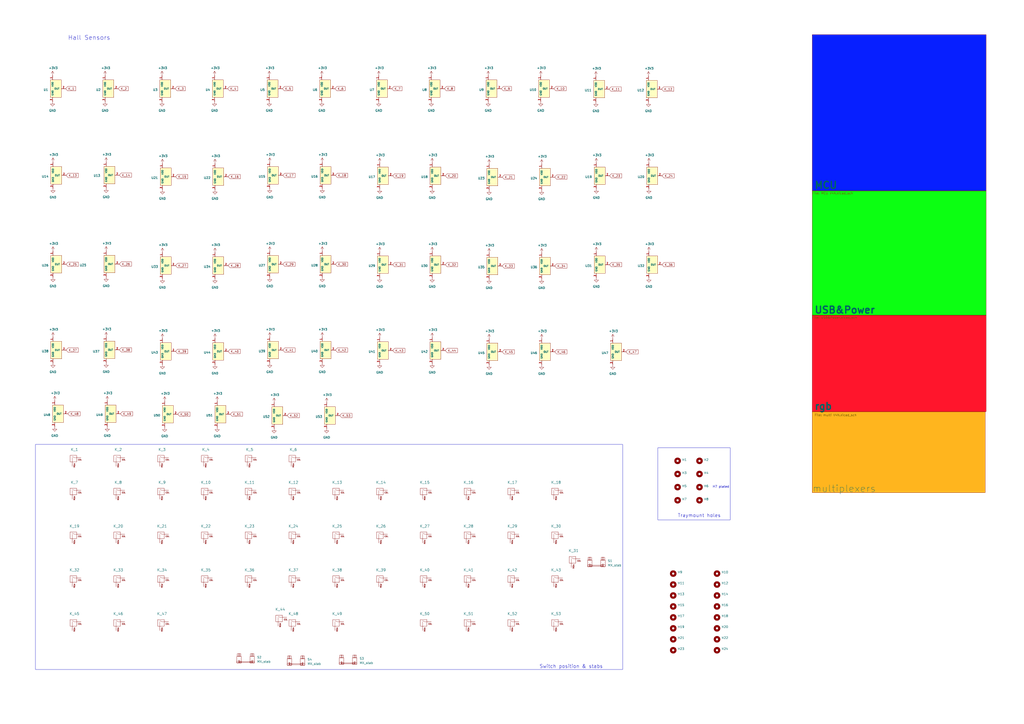
<source format=kicad_sch>
(kicad_sch (version 20230121) (generator eeschema)
  (paper "A2")
  (rectangle (start 381.635 259.715) (end 423.545 301.625))
  (rectangle (start 20.574 257.81) (end 361.188 388.366))
  (text "Switch position & stabs\n" (at 312.928 387.858 0) (effects (font (size 2 2)) (justify left bottom)))
  (text "Hall Sensors" (at 39.37 23.495 0) (effects (font (size 2.54 2.54)) (justify left bottom)))
  (text "Traymount holes" (at 393.065 300.355 0) (effects (font (size 2 2)) (justify left bottom)))
  (text "H7 plated" (at 413.385 283.21 0) (effects (font (size 1.27 1.27)) (justify left bottom)))
  (global_label "K_44" (shape input) (at 258.318 203.327 0) (property "Intersheetrefs" "${INTERSHEET_REFS}" (effects hide)))
  (global_label "K_9" (shape input) (at 290.83 51.435 0) (property "Intersheetrefs" "${INTERSHEET_REFS}" (effects hide)))
  (global_label "K_6" (shape input) (at 194.31 51.435 0) (property "Intersheetrefs" "${INTERSHEET_REFS}" (effects hide)))
  (global_label "K_53" (shape input) (at 197.104 241.046 0) (property "Intersheetrefs" "${INTERSHEET_REFS}" (effects hide)))
  (global_label "K_16" (shape input) (at 132.334 102.489 0) (property "Intersheetrefs" "${INTERSHEET_REFS}" (effects hide)))
  (global_label "K_38" (shape input) (at 69.215 202.946 0) (property "Intersheetrefs" "${INTERSHEET_REFS}" (effects hide)))
  (global_label "K_4" (shape input) (at 132.08 51.435 0) (property "Intersheetrefs" "${INTERSHEET_REFS}" (effects hide)))
  (global_label "K_24" (shape input) (at 384.048 101.981 0) (property "Intersheetrefs" "${INTERSHEET_REFS}" (effects hide)))
  (global_label "K_25" (shape input) (at 38.354 153.289 0) (property "Intersheetrefs" "${INTERSHEET_REFS}" (effects hide)))
  (global_label "K_47" (shape input) (at 363.093 204.089 0) (property "Intersheetrefs" "${INTERSHEET_REFS}" (effects hide)))
  (global_label "K_17" (shape input) (at 164.084 101.727 0) (property "Intersheetrefs" "${INTERSHEET_REFS}" (effects hide)))
  (global_label "K_22" (shape input) (at 321.818 102.743 0) (property "Intersheetrefs" "${INTERSHEET_REFS}" (effects hide)))
  (global_label "K_18" (shape input) (at 194.564 101.727 0) (property "Intersheetrefs" "${INTERSHEET_REFS}" (effects hide)))
  (global_label "K_14" (shape input) (at 69.215 101.6 0) (property "Intersheetrefs" "${INTERSHEET_REFS}" (effects hide)))
  (global_label "K_21" (shape input) (at 291.338 102.743 0) (property "Intersheetrefs" "${INTERSHEET_REFS}" (effects hide)))
  (global_label "K_42" (shape input) (at 194.564 203.073 0) (property "Intersheetrefs" "${INTERSHEET_REFS}" (effects hide)))
  (global_label "K_48" (shape input) (at 39.37 240.03 0) (property "Intersheetrefs" "${INTERSHEET_REFS}" (effects hide)))
  (global_label "K_39" (shape input) (at 101.854 203.835 0) (property "Intersheetrefs" "${INTERSHEET_REFS}" (effects hide)))
  (global_label "K_11" (shape input) (at 353.314 51.689 0) (property "Intersheetrefs" "${INTERSHEET_REFS}" (effects hide)))
  (global_label "K_2" (shape input) (at 68.58 51.435 0) (property "Intersheetrefs" "${INTERSHEET_REFS}" (effects hide)))
  (global_label "K_15" (shape input) (at 101.854 102.489 0) (property "Intersheetrefs" "${INTERSHEET_REFS}" (effects hide)))
  (global_label "K_36" (shape input) (at 384.048 153.543 0) (property "Intersheetrefs" "${INTERSHEET_REFS}" (effects hide)))
  (global_label "K_20" (shape input) (at 258.318 101.981 0) (property "Intersheetrefs" "${INTERSHEET_REFS}" (effects hide)))
  (global_label "K_50" (shape input) (at 103.124 240.284 0) (property "Intersheetrefs" "${INTERSHEET_REFS}" (effects hide)))
  (global_label "K_13" (shape input) (at 38.354 101.727 0) (property "Intersheetrefs" "${INTERSHEET_REFS}" (effects hide)))
  (global_label "K_5" (shape input) (at 163.83 51.435 0) (property "Intersheetrefs" "${INTERSHEET_REFS}" (effects hide)))
  (global_label "K_35" (shape input) (at 353.568 153.543 0) (property "Intersheetrefs" "${INTERSHEET_REFS}" (effects hide)))
  (global_label "K_31" (shape input) (at 227.838 153.543 0) (property "Intersheetrefs" "${INTERSHEET_REFS}" (effects hide)))
  (global_label "K_26" (shape input) (at 69.215 153.162 0) (property "Intersheetrefs" "${INTERSHEET_REFS}" (effects hide)))
  (global_label "K_34" (shape input) (at 321.818 154.305 0) (property "Intersheetrefs" "${INTERSHEET_REFS}" (effects hide)))
  (global_label "K_43" (shape input) (at 227.838 203.327 0) (property "Intersheetrefs" "${INTERSHEET_REFS}" (effects hide)))
  (global_label "K_49" (shape input) (at 69.85 240.03 0) (property "Intersheetrefs" "${INTERSHEET_REFS}" (effects hide)))
  (global_label "K_10" (shape input) (at 321.31 51.435 0) (property "Intersheetrefs" "${INTERSHEET_REFS}" (effects hide)))
  (global_label "K_29" (shape input) (at 164.084 153.289 0) (property "Intersheetrefs" "${INTERSHEET_REFS}" (effects hide)))
  (global_label "K_40" (shape input) (at 132.334 203.835 0) (property "Intersheetrefs" "${INTERSHEET_REFS}" (effects hide)))
  (global_label "K_12" (shape input) (at 383.794 51.689 0) (property "Intersheetrefs" "${INTERSHEET_REFS}" (effects hide)))
  (global_label "K_37" (shape input) (at 38.354 203.073 0) (property "Intersheetrefs" "${INTERSHEET_REFS}" (effects hide)))
  (global_label "K_32" (shape input) (at 258.318 153.543 0) (property "Intersheetrefs" "${INTERSHEET_REFS}" (effects hide)))
  (global_label "K_33" (shape input) (at 291.338 154.305 0) (property "Intersheetrefs" "${INTERSHEET_REFS}" (effects hide)))
  (global_label "K_45" (shape input) (at 291.338 204.089 0) (property "Intersheetrefs" "${INTERSHEET_REFS}" (effects hide)))
  (global_label "K_7" (shape input) (at 227.33 51.435 0) (property "Intersheetrefs" "${INTERSHEET_REFS}" (effects hide)))
  (global_label "K_52" (shape input) (at 166.624 241.046 0) (property "Intersheetrefs" "${INTERSHEET_REFS}" (effects hide)))
  (global_label "K_23" (shape input) (at 353.568 101.981 0) (property "Intersheetrefs" "${INTERSHEET_REFS}" (effects hide)))
  (global_label "K_51" (shape input) (at 133.604 240.284 0) (property "Intersheetrefs" "${INTERSHEET_REFS}" (effects hide)))
  (global_label "K_28" (shape input) (at 132.334 154.051 0) (property "Intersheetrefs" "${INTERSHEET_REFS}" (effects hide)))
  (global_label "K_27" (shape input) (at 101.854 154.051 0) (property "Intersheetrefs" "${INTERSHEET_REFS}" (effects hide)))
  (global_label "K_30" (shape input) (at 194.564 153.289 0) (property "Intersheetrefs" "${INTERSHEET_REFS}" (effects hide)))
  (global_label "K_1" (shape input) (at 38.1 51.435 0) (property "Intersheetrefs" "${INTERSHEET_REFS}" (effects hide)))
  (global_label "K_3" (shape input) (at 101.6 51.435 0) (property "Intersheetrefs" "${INTERSHEET_REFS}" (effects hide)))
  (global_label "K_8" (shape input) (at 257.81 51.435 0) (property "Intersheetrefs" "${INTERSHEET_REFS}" (effects hide)))
  (global_label "K_41" (shape input) (at 164.084 203.073 0) (property "Intersheetrefs" "${INTERSHEET_REFS}" (effects hide)))
  (global_label "K_19" (shape input) (at 227.838 101.981 0) (property "Intersheetrefs" "${INTERSHEET_REFS}" (effects hide)))
  (global_label "K_46" (shape input) (at 321.818 204.089 0) (property "Intersheetrefs" "${INTERSHEET_REFS}" (effects hide)))
  (symbol (lib_id "PCM_marbastlib-mx:MX_stab") (at 171.704 383.286 0) (unit 1)
    (property "Reference" "S4" (at 178.308 382.524 0) (effects (justify left)))
    (property "Value" "MX_stab" (at 178.308 385.064 0) (effects (justify left)))
    (property "Footprint" "PCM_marbastlib-mx:STAB_MX_6.25u" (effects hide))
  )
  (symbol (lib_id "power:+3V3") (at 30.734 195.453 0) (unit 1)
    (property "Reference" "#PWR074" (effects hide))
    (property "Value" "+3V3" (at 31.115 191.0588 0))
  )
  (symbol (lib_id "power:GND") (at 345.948 109.601 0) (unit 1)
    (property "Reference" "#PWR043" (effects hide))
    (property "Value" "GND" (at 345.948 114.681 0))
  )
  (symbol (lib_id "49e:Hall_Sensor") (at 33.274 203.073 0) (unit 1)
    (property "Reference" "U38" (at 28.194 203.708 0) (effects (justify right)))
    (property "Value" "SLSS49E-3" (effects hide))
    (property "Footprint" "Package_TO_SOT_SMD:SOT-23" (effects hide))
    (property "Datasheet" "https://datasheet.lcsc.com/lcsc/2110081930_Slkor-SLKORMICRO-Elec--SLSS49E-3_C2904393.pdf" (effects hide))
    (property "LCSC Part" "C2904393" (effects hide))
    (property "LCSC" "C2904393" (effects hide))
  )
  (symbol (lib_id "MX_Alps_Hybrid:MX-NoLED") (at 170.18 285.75 0) (unit 1)
    (property "Reference" "K_12" (at 170.18 279.8318 0) (effects (font (size 1.524 1.524))))
    (property "Value" "KEYSW" (effects hide))
    (property "Footprint" "Moonpad:Wooting_1.00u" (effects hide))
  )
  (symbol (lib_id "MX_Alps_Hybrid:MX-NoLED") (at 246.38 361.95 0) (unit 1)
    (property "Reference" "K_50" (at 246.38 356.0318 0) (effects (font (size 1.524 1.524))))
    (property "Value" "KEYSW" (effects hide))
    (property "Footprint" "Moonpad:Wooting_1.00u" (effects hide))
  )
  (symbol (lib_id "power:+3V3") (at 186.69 43.815 0) (unit 1)
    (property "Reference" "#PWR06" (effects hide))
    (property "Value" "+3V3" (at 187.071 39.4208 0))
  )
  (symbol (lib_id "Mechanical:MountingHole") (at 415.925 358.14 0) (unit 1)
    (property "Reference" "H18" (at 418.465 357.3053 0) (effects (justify left)))
    (property "Value" "MountingHole" (effects hide))
    (property "Footprint" "cipulot_parts:HOLE_M2" (effects hide))
  )
  (symbol (lib_id "power:+3V3") (at 314.198 146.685 0) (unit 1)
    (property "Reference" "#PWR060" (effects hide))
    (property "Value" "+3V3" (at 314.579 142.2908 0))
  )
  (symbol (lib_id "power:GND") (at 30.734 210.693 0) (unit 1)
    (property "Reference" "#PWR085" (effects hide))
    (property "Value" "GND" (at 30.734 215.773 0))
  )
  (symbol (lib_id "power:GND") (at 124.714 211.455 0) (unit 1)
    (property "Reference" "#PWR091" (effects hide))
    (property "Value" "GND" (at 124.714 216.535 0))
  )
  (symbol (lib_id "49e:Hall_Sensor") (at 96.774 203.835 0) (unit 1)
    (property "Reference" "U43" (at 91.694 204.47 0) (effects (justify right)))
    (property "Value" "SLSS49E-3" (effects hide))
    (property "Footprint" "Package_TO_SOT_SMD:SOT-23" (effects hide))
    (property "Datasheet" "https://datasheet.lcsc.com/lcsc/2110081930_Slkor-SLKORMICRO-Elec--SLSS49E-3_C2904393.pdf" (effects hide))
    (property "LCSC Part" "C2904393" (effects hide))
    (property "LCSC" "C2904393" (effects hide))
  )
  (symbol (lib_id "MX_Alps_Hybrid:MX-NoLED") (at 297.18 361.95 0) (unit 1)
    (property "Reference" "K_52" (at 297.18 356.0318 0) (effects (font (size 1.524 1.524))))
    (property "Value" "KEYSW" (effects hide))
    (property "Footprint" "Moonpad:Wooting_1.00u" (effects hide))
  )
  (symbol (lib_id "power:+3V3") (at 219.71 43.815 0) (unit 1)
    (property "Reference" "#PWR07" (effects hide))
    (property "Value" "+3V3" (at 220.091 39.4208 0))
  )
  (symbol (lib_id "Mechanical:MountingHole") (at 415.925 345.44 0) (unit 1)
    (property "Reference" "H14" (at 418.465 344.6053 0) (effects (justify left)))
    (property "Value" "MountingHole" (effects hide))
    (property "Footprint" "cipulot_parts:HOLE_M2" (effects hide))
  )
  (symbol (lib_id "MX_Alps_Hybrid:MX-NoLED") (at 170.18 266.7 0) (unit 1)
    (property "Reference" "K_6" (at 170.18 260.7818 0) (effects (font (size 1.524 1.524))))
    (property "Value" "KEYSW" (effects hide))
    (property "Footprint" "Moonpad:Wooting_1.00u" (effects hide))
  )
  (symbol (lib_id "MX_Alps_Hybrid:MX-NoLED") (at 271.78 285.75 0) (unit 1)
    (property "Reference" "K_16" (at 271.78 279.8318 0) (effects (font (size 1.524 1.524))))
    (property "Value" "KEYSW" (effects hide))
    (property "Footprint" "Moonpad:Wooting_1.00u" (effects hide))
  )
  (symbol (lib_id "power:+3V3") (at 283.718 95.123 0) (unit 1)
    (property "Reference" "#PWR035" (effects hide))
    (property "Value" "+3V3" (at 284.099 90.7288 0))
  )
  (symbol (lib_id "power:+3V3") (at 62.23 232.41 0) (unit 1)
    (property "Reference" "#PWR096" (effects hide))
    (property "Value" "+3V3" (at 62.611 228.0158 0))
  )
  (symbol (lib_id "49e:Hall_Sensor") (at 286.258 154.305 0) (unit 1)
    (property "Reference" "U35" (at 281.178 154.94 0) (effects (justify right)))
    (property "Value" "SLSS49E-3" (effects hide))
    (property "Footprint" "Package_TO_SOT_SMD:SOT-23" (effects hide))
    (property "Datasheet" "https://datasheet.lcsc.com/lcsc/2110081930_Slkor-SLKORMICRO-Elec--SLSS49E-3_C2904393.pdf" (effects hide))
    (property "LCSC Part" "C2904393" (effects hide))
    (property "LCSC" "C2904393" (effects hide))
  )
  (symbol (lib_id "power:GND") (at 93.98 59.055 0) (unit 1)
    (property "Reference" "#PWR015" (effects hide))
    (property "Value" "GND" (at 93.98 64.135 0))
  )
  (symbol (lib_id "power:+3V3") (at 250.698 145.923 0) (unit 1)
    (property "Reference" "#PWR054" (effects hide))
    (property "Value" "+3V3" (at 251.079 141.5288 0))
  )
  (symbol (lib_id "49e:Hall_Sensor") (at 378.968 153.543 0) (unit 1)
    (property "Reference" "U32" (at 373.888 154.178 0) (effects (justify right)))
    (property "Value" "SLSS49E-3" (effects hide))
    (property "Footprint" "Package_TO_SOT_SMD:SOT-23" (effects hide))
    (property "Datasheet" "https://datasheet.lcsc.com/lcsc/2110081930_Slkor-SLKORMICRO-Elec--SLSS49E-3_C2904393.pdf" (effects hide))
    (property "LCSC Part" "C2904393" (effects hide))
    (property "LCSC" "C2904393" (effects hide))
  )
  (symbol (lib_id "Mechanical:MountingHole") (at 415.925 370.84 0) (unit 1)
    (property "Reference" "H22" (at 418.465 370.0053 0) (effects (justify left)))
    (property "Value" "MountingHole" (effects hide))
    (property "Footprint" "cipulot_parts:HOLE_M2" (effects hide))
  )
  (symbol (lib_id "MX_Alps_Hybrid:MX-NoLED") (at 170.18 311.15 0) (unit 1)
    (property "Reference" "K_24" (at 170.18 305.2318 0) (effects (font (size 1.524 1.524))))
    (property "Value" "KEYSW" (effects hide))
    (property "Footprint" "Moonpad:Wooting_1.00u" (effects hide))
  )
  (symbol (lib_id "power:GND") (at 61.595 160.782 0) (unit 1)
    (property "Reference" "#PWR061" (effects hide))
    (property "Value" "GND" (at 61.595 165.862 0))
  )
  (symbol (lib_id "MX_Alps_Hybrid:MX-NoLED") (at 220.98 311.15 0) (unit 1)
    (property "Reference" "K_26" (at 220.98 305.2318 0) (effects (font (size 1.524 1.524))))
    (property "Value" "KEYSW" (effects hide))
    (property "Footprint" "Moonpad:Wooting_1.00u" (effects hide))
  )
  (symbol (lib_id "49e:Hall_Sensor") (at 253.238 153.543 0) (unit 1)
    (property "Reference" "U30" (at 248.158 154.178 0) (effects (justify right)))
    (property "Value" "SLSS49E-3" (effects hide))
    (property "Footprint" "Package_TO_SOT_SMD:SOT-23" (effects hide))
    (property "Datasheet" "https://datasheet.lcsc.com/lcsc/2110081930_Slkor-SLKORMICRO-Elec--SLSS49E-3_C2904393.pdf" (effects hide))
    (property "LCSC Part" "C2904393" (effects hide))
    (property "LCSC" "C2904393" (effects hide))
  )
  (symbol (lib_id "MX_Alps_Hybrid:MX-NoLED") (at 144.78 266.7 0) (unit 1)
    (property "Reference" "K_5" (at 144.78 260.7818 0) (effects (font (size 1.524 1.524))))
    (property "Value" "KEYSW" (effects hide))
    (property "Footprint" "Moonpad:Wooting_1.00u" (effects hide))
  )
  (symbol (lib_id "power:GND") (at 314.198 211.709 0) (unit 1)
    (property "Reference" "#PWR093" (effects hide))
    (property "Value" "GND" (at 314.198 216.789 0))
  )
  (symbol (lib_id "power:GND") (at 355.473 211.709 0) (unit 1)
    (property "Reference" "#PWR094" (effects hide))
    (property "Value" "GND" (at 355.473 216.789 0))
  )
  (symbol (lib_id "power:GND") (at 283.21 59.055 0) (unit 1)
    (property "Reference" "#PWR021" (effects hide))
    (property "Value" "GND" (at 283.21 64.135 0))
  )
  (symbol (lib_id "power:+3V3") (at 283.21 43.815 0) (unit 1)
    (property "Reference" "#PWR09" (effects hide))
    (property "Value" "+3V3" (at 283.591 39.4208 0))
  )
  (symbol (lib_id "power:+3V3") (at 250.698 94.361 0) (unit 1)
    (property "Reference" "#PWR030" (effects hide))
    (property "Value" "+3V3" (at 251.079 89.9668 0))
  )
  (symbol (lib_id "power:+3V3") (at 220.218 195.707 0) (unit 1)
    (property "Reference" "#PWR077" (effects hide))
    (property "Value" "+3V3" (at 220.599 191.3128 0))
  )
  (symbol (lib_id "power:+3V3") (at 220.218 94.361 0) (unit 1)
    (property "Reference" "#PWR029" (effects hide))
    (property "Value" "+3V3" (at 220.599 89.9668 0))
  )
  (symbol (lib_id "power:GND") (at 124.46 59.055 0) (unit 1)
    (property "Reference" "#PWR016" (effects hide))
    (property "Value" "GND" (at 124.46 64.135 0))
  )
  (symbol (lib_id "MX_Alps_Hybrid:MX-NoLED") (at 322.58 336.55 0) (unit 1)
    (property "Reference" "K_43" (at 322.58 330.6318 0) (effects (font (size 1.524 1.524))))
    (property "Value" "KEYSW" (effects hide))
    (property "Footprint" "Moonpad:Wooting_1.00u" (effects hide))
  )
  (symbol (lib_id "49e:Hall_Sensor") (at 222.758 101.981 0) (unit 1)
    (property "Reference" "U17" (at 217.678 102.616 0) (effects (justify right)))
    (property "Value" "SLSS49E-3" (effects hide))
    (property "Footprint" "Package_TO_SOT_SMD:SOT-23" (effects hide))
    (property "Datasheet" "https://datasheet.lcsc.com/lcsc/2110081930_Slkor-SLKORMICRO-Elec--SLSS49E-3_C2904393.pdf" (effects hide))
    (property "LCSC Part" "C2904393" (effects hide))
    (property "LCSC" "C2904393" (effects hide))
  )
  (symbol (lib_id "power:+3V3") (at 314.198 95.123 0) (unit 1)
    (property "Reference" "#PWR036" (effects hide))
    (property "Value" "+3V3" (at 314.579 90.7288 0))
  )
  (symbol (lib_id "49e:Hall_Sensor") (at 378.714 51.689 0) (unit 1)
    (property "Reference" "U12" (at 373.634 52.324 0) (effects (justify right)))
    (property "Value" "SLSS49E-3" (effects hide))
    (property "Footprint" "Package_TO_SOT_SMD:SOT-23" (effects hide))
    (property "Datasheet" "https://datasheet.lcsc.com/lcsc/2110081930_Slkor-SLKORMICRO-Elec--SLSS49E-3_C2904393.pdf" (effects hide))
    (property "LCSC Part" "C2904393" (effects hide))
    (property "LCSC" "C2904393" (effects hide))
  )
  (symbol (lib_id "power:+3V3") (at 61.595 145.542 0) (unit 1)
    (property "Reference" "#PWR049" (effects hide))
    (property "Value" "+3V3" (at 61.976 141.1478 0))
  )
  (symbol (lib_id "power:+3V3") (at 95.504 232.664 0) (unit 1)
    (property "Reference" "#PWR097" (effects hide))
    (property "Value" "+3V3" (at 95.885 228.2698 0))
  )
  (symbol (lib_id "power:+3V3") (at 124.46 43.815 0) (unit 1)
    (property "Reference" "#PWR04" (effects hide))
    (property "Value" "+3V3" (at 124.841 39.4208 0))
  )
  (symbol (lib_id "power:+3V3") (at 186.944 195.453 0) (unit 1)
    (property "Reference" "#PWR076" (effects hide))
    (property "Value" "+3V3" (at 187.325 191.0588 0))
  )
  (symbol (lib_id "MX_Alps_Hybrid:MX-NoLED") (at 93.98 285.75 0) (unit 1)
    (property "Reference" "K_9" (at 93.98 279.8318 0) (effects (font (size 1.524 1.524))))
    (property "Value" "KEYSW" (effects hide))
    (property "Footprint" "Moonpad:Wooting_1.00u" (effects hide))
  )
  (symbol (lib_id "MX_Alps_Hybrid:MX-NoLED") (at 297.18 336.55 0) (unit 1)
    (property "Reference" "K_42" (at 297.18 330.6318 0) (effects (font (size 1.524 1.524))))
    (property "Value" "KEYSW" (effects hide))
    (property "Footprint" "Moonpad:Wooting_1.00u" (effects hide))
  )
  (symbol (lib_id "49e:Hall_Sensor") (at 127 51.435 0) (unit 1)
    (property "Reference" "U4" (at 121.92 52.07 0) (effects (justify right)))
    (property "Value" "SLSS49E-3" (effects hide))
    (property "Footprint" "Package_TO_SOT_SMD:SOT-23" (effects hide))
    (property "Datasheet" "https://datasheet.lcsc.com/lcsc/2110081930_Slkor-SLKORMICRO-Elec--SLSS49E-3_C2904393.pdf" (effects hide))
    (property "LCSC Part" "C2904393" (effects hide))
    (property "LCSC" "C2904393" (effects hide))
  )
  (symbol (lib_id "49e:Hall_Sensor") (at 286.258 204.089 0) (unit 1)
    (property "Reference" "U45" (at 281.178 204.724 0) (effects (justify right)))
    (property "Value" "SLSS49E-3" (effects hide))
    (property "Footprint" "Package_TO_SOT_SMD:SOT-23" (effects hide))
    (property "Datasheet" "https://datasheet.lcsc.com/lcsc/2110081930_Slkor-SLKORMICRO-Elec--SLSS49E-3_C2904393.pdf" (effects hide))
    (property "LCSC Part" "C2904393" (effects hide))
    (property "LCSC" "C2904393" (effects hide))
  )
  (symbol (lib_id "49e:Hall_Sensor") (at 98.044 240.284 0) (unit 1)
    (property "Reference" "U50" (at 92.964 240.919 0) (effects (justify right)))
    (property "Value" "SLSS49E-3" (effects hide))
    (property "Footprint" "Package_TO_SOT_SMD:SOT-23" (effects hide))
    (property "Datasheet" "https://datasheet.lcsc.com/lcsc/2110081930_Slkor-SLKORMICRO-Elec--SLSS49E-3_C2904393.pdf" (effects hide))
    (property "LCSC Part" "C2904393" (effects hide))
    (property "LCSC" "C2904393" (effects hide))
  )
  (symbol (lib_id "49e:Hall_Sensor") (at 34.29 240.03 0) (unit 1)
    (property "Reference" "U48" (at 29.21 240.665 0) (effects (justify right)))
    (property "Value" "SLSS49E-3" (effects hide))
    (property "Footprint" "Package_TO_SOT_SMD:SOT-23" (effects hide))
    (property "Datasheet" "https://datasheet.lcsc.com/lcsc/2110081930_Slkor-SLKORMICRO-Elec--SLSS49E-3_C2904393.pdf" (effects hide))
    (property "LCSC Part" "C2904393" (effects hide))
    (property "LCSC" "C2904393" (effects hide))
  )
  (symbol (lib_id "MX_Alps_Hybrid:MX-NoLED") (at 271.78 311.15 0) (unit 1)
    (property "Reference" "K_28" (at 271.78 305.2318 0) (effects (font (size 1.524 1.524))))
    (property "Value" "KEYSW" (effects hide))
    (property "Footprint" "Moonpad:Wooting_1.00u" (effects hide))
  )
  (symbol (lib_id "MX_Alps_Hybrid:MX-NoLED") (at 93.98 361.95 0) (unit 1)
    (property "Reference" "K_47" (at 93.98 356.0318 0) (effects (font (size 1.524 1.524))))
    (property "Value" "KEYSW" (effects hide))
    (property "Footprint" "Moonpad:Wooting_1.00u" (effects hide))
  )
  (symbol (lib_id "Mechanical:MountingHole") (at 405.765 267.335 0) (unit 1)
    (property "Reference" "H2" (at 408.305 266.7 0) (effects (justify left)))
    (property "Value" "MountingHole" (effects hide))
    (property "Footprint" "MountingHole:MountingHole_2.2mm_M2" (effects hide))
  )
  (symbol (lib_id "power:GND") (at 283.718 161.925 0) (unit 1)
    (property "Reference" "#PWR071" (effects hide))
    (property "Value" "GND" (at 283.718 167.005 0))
  )
  (symbol (lib_id "power:GND") (at 186.944 109.347 0) (unit 1)
    (property "Reference" "#PWR040" (effects hide))
    (property "Value" "GND" (at 186.944 114.427 0))
  )
  (symbol (lib_id "power:+3V3") (at 283.718 196.469 0) (unit 1)
    (property "Reference" "#PWR081" (effects hide))
    (property "Value" "+3V3" (at 284.099 192.0748 0))
  )
  (symbol (lib_id "49e:Hall_Sensor") (at 348.488 101.981 0) (unit 1)
    (property "Reference" "U19" (at 343.408 102.616 0) (effects (justify right)))
    (property "Value" "SLSS49E-3" (effects hide))
    (property "Footprint" "Package_TO_SOT_SMD:SOT-23" (effects hide))
    (property "Datasheet" "https://datasheet.lcsc.com/lcsc/2110081930_Slkor-SLKORMICRO-Elec--SLSS49E-3_C2904393.pdf" (effects hide))
    (property "LCSC Part" "C2904393" (effects hide))
    (property "LCSC" "C2904393" (effects hide))
  )
  (symbol (lib_id "power:+3V3") (at 376.174 44.069 0) (unit 1)
    (property "Reference" "#PWR012" (effects hide))
    (property "Value" "+3V3" (at 376.555 39.6748 0))
  )
  (symbol (lib_id "MX_Alps_Hybrid:MX-NoLED") (at 144.78 311.15 0) (unit 1)
    (property "Reference" "K_23" (at 144.78 305.2318 0) (effects (font (size 1.524 1.524))))
    (property "Value" "KEYSW" (effects hide))
    (property "Footprint" "Moonpad:Wooting_1.00u" (effects hide))
  )
  (symbol (lib_id "49e:Hall_Sensor") (at 127.254 154.051 0) (unit 1)
    (property "Reference" "U34" (at 122.174 154.686 0) (effects (justify right)))
    (property "Value" "SLSS49E-3" (effects hide))
    (property "Footprint" "Package_TO_SOT_SMD:SOT-23" (effects hide))
    (property "Datasheet" "https://datasheet.lcsc.com/lcsc/2110081930_Slkor-SLKORMICRO-Elec--SLSS49E-3_C2904393.pdf" (effects hide))
    (property "LCSC Part" "C2904393" (effects hide))
    (property "LCSC" "C2904393" (effects hide))
  )
  (symbol (lib_id "power:+3V3") (at 30.734 94.107 0) (unit 1)
    (property "Reference" "#PWR026" (effects hide))
    (property "Value" "+3V3" (at 31.115 89.7128 0))
  )
  (symbol (lib_id "49e:Hall_Sensor") (at 316.738 154.305 0) (unit 1)
    (property "Reference" "U36" (at 311.658 154.94 0) (effects (justify right)))
    (property "Value" "SLSS49E-3" (effects hide))
    (property "Footprint" "Package_TO_SOT_SMD:SOT-23" (effects hide))
    (property "Datasheet" "https://datasheet.lcsc.com/lcsc/2110081930_Slkor-SLKORMICRO-Elec--SLSS49E-3_C2904393.pdf" (effects hide))
    (property "LCSC Part" "C2904393" (effects hide))
    (property "LCSC" "C2904393" (effects hide))
  )
  (symbol (lib_id "49e:Hall_Sensor") (at 96.52 51.435 0) (unit 1)
    (property "Reference" "U3" (at 91.44 52.07 0) (effects (justify right)))
    (property "Value" "SLSS49E-3" (effects hide))
    (property "Footprint" "Package_TO_SOT_SMD:SOT-23" (effects hide))
    (property "Datasheet" "https://datasheet.lcsc.com/lcsc/2110081930_Slkor-SLKORMICRO-Elec--SLSS49E-3_C2904393.pdf" (effects hide))
    (property "LCSC Part" "C2904393" (effects hide))
    (property "LCSC" "C2904393" (effects hide))
  )
  (symbol (lib_id "power:+3V3") (at 125.984 232.664 0) (unit 1)
    (property "Reference" "#PWR098" (effects hide))
    (property "Value" "+3V3" (at 126.365 228.2698 0))
  )
  (symbol (lib_id "Mechanical:MountingHole") (at 390.525 345.44 0) (unit 1)
    (property "Reference" "H13" (at 393.065 344.6053 0) (effects (justify left)))
    (property "Value" "MountingHole" (effects hide))
    (property "Footprint" "cipulot_parts:HOLE_M2" (effects hide))
  )
  (symbol (lib_id "49e:Hall_Sensor") (at 33.274 153.289 0) (unit 1)
    (property "Reference" "U26" (at 28.194 153.924 0) (effects (justify right)))
    (property "Value" "SLSS49E-3" (effects hide))
    (property "Footprint" "Package_TO_SOT_SMD:SOT-23" (effects hide))
    (property "Datasheet" "https://datasheet.lcsc.com/lcsc/2110081930_Slkor-SLKORMICRO-Elec--SLSS49E-3_C2904393.pdf" (effects hide))
    (property "LCSC Part" "C2904393" (effects hide))
    (property "LCSC" "C2904393" (effects hide))
  )
  (symbol (lib_id "MX_Alps_Hybrid:MX-NoLED") (at 119.38 311.15 0) (unit 1)
    (property "Reference" "K_22" (at 119.38 305.2318 0) (effects (font (size 1.524 1.524))))
    (property "Value" "KEYSW" (effects hide))
    (property "Footprint" "Moonpad:Wooting_1.00u" (effects hide))
  )
  (symbol (lib_id "Mechanical:MountingHole") (at 390.525 377.19 0) (unit 1)
    (property "Reference" "H23" (at 393.065 376.3553 0) (effects (justify left)))
    (property "Value" "MountingHole" (effects hide))
    (property "Footprint" "cipulot_parts:HOLE_M2" (effects hide))
  )
  (symbol (lib_id "49e:Hall_Sensor") (at 63.5 51.435 0) (unit 1)
    (property "Reference" "U2" (at 58.42 52.07 0) (effects (justify right)))
    (property "Value" "SLSS49E-3" (effects hide))
    (property "Footprint" "Package_TO_SOT_SMD:SOT-23" (effects hide))
    (property "Datasheet" "https://datasheet.lcsc.com/lcsc/2110081930_Slkor-SLKORMICRO-Elec--SLSS49E-3_C2904393.pdf" (effects hide))
    (property "LCSC Part" "C2904393" (effects hide))
    (property "LCSC" "C2904393" (effects hide))
  )
  (symbol (lib_id "MX_Alps_Hybrid:MX-NoLED") (at 195.58 361.95 0) (unit 1)
    (property "Reference" "K_49" (at 195.58 356.0318 0) (effects (font (size 1.524 1.524))))
    (property "Value" "KEYSW" (effects hide))
    (property "Footprint" "Moonpad:Wooting_1.00u" (effects hide))
  )
  (symbol (lib_id "power:GND") (at 376.428 161.163 0) (unit 1)
    (property "Reference" "#PWR068" (effects hide))
    (property "Value" "GND" (at 376.428 166.243 0))
  )
  (symbol (lib_id "power:+3V3") (at 94.234 196.215 0) (unit 1)
    (property "Reference" "#PWR079" (effects hide))
    (property "Value" "+3V3" (at 94.615 191.8208 0))
  )
  (symbol (lib_id "power:+3V3") (at 61.595 195.326 0) (unit 1)
    (property "Reference" "#PWR073" (effects hide))
    (property "Value" "+3V3" (at 61.976 190.9318 0))
  )
  (symbol (lib_id "49e:Hall_Sensor") (at 96.774 154.051 0) (unit 1)
    (property "Reference" "U33" (at 91.694 154.686 0) (effects (justify right)))
    (property "Value" "SLSS49E-3" (effects hide))
    (property "Footprint" "Package_TO_SOT_SMD:SOT-23" (effects hide))
    (property "Datasheet" "https://datasheet.lcsc.com/lcsc/2110081930_Slkor-SLKORMICRO-Elec--SLSS49E-3_C2904393.pdf" (effects hide))
    (property "LCSC Part" "C2904393" (effects hide))
    (property "LCSC" "C2904393" (effects hide))
  )
  (symbol (lib_id "49e:Hall_Sensor") (at 189.23 51.435 0) (unit 1)
    (property "Reference" "U6" (at 184.15 52.07 0) (effects (justify right)))
    (property "Value" "SLSS49E-3" (effects hide))
    (property "Footprint" "Package_TO_SOT_SMD:SOT-23" (effects hide))
    (property "Datasheet" "https://datasheet.lcsc.com/lcsc/2110081930_Slkor-SLKORMICRO-Elec--SLSS49E-3_C2904393.pdf" (effects hide))
    (property "LCSC Part" "C2904393" (effects hide))
    (property "LCSC" "C2904393" (effects hide))
  )
  (symbol (lib_id "power:+3V3") (at 156.464 195.453 0) (unit 1)
    (property "Reference" "#PWR075" (effects hide))
    (property "Value" "+3V3" (at 156.845 191.0588 0))
  )
  (symbol (lib_id "power:GND") (at 250.698 161.163 0) (unit 1)
    (property "Reference" "#PWR066" (effects hide))
    (property "Value" "GND" (at 250.698 166.243 0))
  )
  (symbol (lib_id "MX_Alps_Hybrid:MX-NoLED") (at 271.78 361.95 0) (unit 1)
    (property "Reference" "K_51" (at 271.78 356.0318 0) (effects (font (size 1.524 1.524))))
    (property "Value" "KEYSW" (effects hide))
    (property "Footprint" "Moonpad:Wooting_1.00u" (effects hide))
  )
  (symbol (lib_id "power:+3V3") (at 124.714 146.431 0) (unit 1)
    (property "Reference" "#PWR058" (effects hide))
    (property "Value" "+3V3" (at 125.095 142.0368 0))
  )
  (symbol (lib_id "49e:Hall_Sensor") (at 252.73 51.435 0) (unit 1)
    (property "Reference" "U8" (at 247.65 52.07 0) (effects (justify right)))
    (property "Value" "SLSS49E-3" (effects hide))
    (property "Footprint" "Package_TO_SOT_SMD:SOT-23" (effects hide))
    (property "Datasheet" "https://datasheet.lcsc.com/lcsc/2110081930_Slkor-SLKORMICRO-Elec--SLSS49E-3_C2904393.pdf" (effects hide))
    (property "LCSC Part" "C2904393" (effects hide))
    (property "LCSC" "C2904393" (effects hide))
  )
  (symbol (lib_id "MX_Alps_Hybrid:MX-NoLED") (at 144.78 336.55 0) (unit 1)
    (property "Reference" "K_36" (at 144.78 330.6318 0) (effects (font (size 1.524 1.524))))
    (property "Value" "KEYSW" (effects hide))
    (property "Footprint" "Moonpad:Wooting_1.00u" (effects hide))
  )
  (symbol (lib_id "power:GND") (at 94.234 161.671 0) (unit 1)
    (property "Reference" "#PWR069" (effects hide))
    (property "Value" "GND" (at 94.234 166.751 0))
  )
  (symbol (lib_id "MX_Alps_Hybrid:MX-NoLED") (at 220.98 285.75 0) (unit 1)
    (property "Reference" "K_14" (at 220.98 279.8318 0) (effects (font (size 1.524 1.524))))
    (property "Value" "KEYSW" (effects hide))
    (property "Footprint" "Moonpad:Wooting_1.00u" (effects hide))
  )
  (symbol (lib_id "power:+3V3") (at 159.004 233.426 0) (unit 1)
    (property "Reference" "#PWR099" (effects hide))
    (property "Value" "+3V3" (at 159.385 229.0318 0))
  )
  (symbol (lib_id "MX_Alps_Hybrid:MX-NoLED") (at 43.18 361.95 0) (unit 1)
    (property "Reference" "K_45" (at 43.18 356.0318 0) (effects (font (size 1.524 1.524))))
    (property "Value" "KEYSW" (effects hide))
    (property "Footprint" "Moonpad:Wooting_1.00u" (effects hide))
  )
  (symbol (lib_id "power:+3V3") (at 156.464 145.669 0) (unit 1)
    (property "Reference" "#PWR051" (effects hide))
    (property "Value" "+3V3" (at 156.845 141.2748 0))
  )
  (symbol (lib_id "MX_Alps_Hybrid:MX-NoLED") (at 68.58 361.95 0) (unit 1)
    (property "Reference" "K_46" (at 68.58 356.0318 0) (effects (font (size 1.524 1.524))))
    (property "Value" "KEYSW" (effects hide))
    (property "Footprint" "Moonpad:Wooting_1.00u" (effects hide))
  )
  (symbol (lib_id "MX_Alps_Hybrid:MX-NoLED") (at 332.74 325.374 0) (unit 1)
    (property "Reference" "K_31" (at 332.74 319.4558 0) (effects (font (size 1.524 1.524))))
    (property "Value" "KEYSW" (effects hide))
    (property "Footprint" "Moonpad:Wooting_1.00u" (effects hide))
  )
  (symbol (lib_id "power:GND") (at 220.218 210.947 0) (unit 1)
    (property "Reference" "#PWR088" (effects hide))
    (property "Value" "GND" (at 220.218 216.027 0))
  )
  (symbol (lib_id "power:GND") (at 30.734 109.347 0) (unit 1)
    (property "Reference" "#PWR038" (effects hide))
    (property "Value" "GND" (at 30.734 114.427 0))
  )
  (symbol (lib_id "PCM_marbastlib-mx:MX_stab") (at 345.948 326.136 0) (unit 1)
    (property "Reference" "S1" (at 352.552 325.374 0) (effects (justify left)))
    (property "Value" "MX_stab" (at 352.552 327.914 0) (effects (justify left)))
    (property "Footprint" "PCM_marbastlib-mx:STAB_MX_ISO-ROT" (effects hide))
  )
  (symbol (lib_id "power:GND") (at 376.428 109.601 0) (unit 1)
    (property "Reference" "#PWR044" (effects hide))
    (property "Value" "GND" (at 376.428 114.681 0))
  )
  (symbol (lib_id "power:+3V3") (at 283.718 146.685 0) (unit 1)
    (property "Reference" "#PWR059" (effects hide))
    (property "Value" "+3V3" (at 284.099 142.2908 0))
  )
  (symbol (lib_id "power:+3V3") (at 93.98 43.815 0) (unit 1)
    (property "Reference" "#PWR03" (effects hide))
    (property "Value" "+3V3" (at 94.361 39.4208 0))
  )
  (symbol (lib_id "49e:Hall_Sensor") (at 222.25 51.435 0) (unit 1)
    (property "Reference" "U7" (at 217.17 52.07 0) (effects (justify right)))
    (property "Value" "SLSS49E-3" (effects hide))
    (property "Footprint" "Package_TO_SOT_SMD:SOT-23" (effects hide))
    (property "Datasheet" "https://datasheet.lcsc.com/lcsc/2110081930_Slkor-SLKORMICRO-Elec--SLSS49E-3_C2904393.pdf" (effects hide))
    (property "LCSC Part" "C2904393" (effects hide))
    (property "LCSC" "C2904393" (effects hide))
  )
  (symbol (lib_id "power:+3V3") (at 30.48 43.815 0) (unit 1)
    (property "Reference" "#PWR01" (effects hide))
    (property "Value" "+3V3" (at 30.861 39.4208 0))
  )
  (symbol (lib_id "power:+3V3") (at 156.464 94.107 0) (unit 1)
    (property "Reference" "#PWR027" (effects hide))
    (property "Value" "+3V3" (at 156.845 89.7128 0))
  )
  (symbol (lib_id "power:GND") (at 314.198 161.925 0) (unit 1)
    (property "Reference" "#PWR072" (effects hide))
    (property "Value" "GND" (at 314.198 167.005 0))
  )
  (symbol (lib_id "MX_Alps_Hybrid:MX-NoLED") (at 246.38 311.15 0) (unit 1)
    (property "Reference" "K_27" (at 246.38 305.2318 0) (effects (font (size 1.524 1.524))))
    (property "Value" "KEYSW" (effects hide))
    (property "Footprint" "Moonpad:Wooting_1.00u" (effects hide))
  )
  (symbol (lib_id "power:GND") (at 186.69 59.055 0) (unit 1)
    (property "Reference" "#PWR018" (effects hide))
    (property "Value" "GND" (at 186.69 64.135 0))
  )
  (symbol (lib_id "power:GND") (at 250.19 59.055 0) (unit 1)
    (property "Reference" "#PWR020" (effects hide))
    (property "Value" "GND" (at 250.19 64.135 0))
  )
  (symbol (lib_id "49e:Hall_Sensor") (at 64.135 202.946 0) (unit 1)
    (property "Reference" "U37" (at 57.785 203.835 0) (effects (justify right)))
    (property "Value" "SLSS49E-3" (effects hide))
    (property "Footprint" "Package_TO_SOT_SMD:SOT-23" (effects hide))
    (property "Datasheet" "https://datasheet.lcsc.com/lcsc/2110081930_Slkor-SLKORMICRO-Elec--SLSS49E-3_C2904393.pdf" (effects hide))
    (property "LCSC Part" "C2904393" (effects hide))
    (property "LCSC" "C2904393" (effects hide))
  )
  (symbol (lib_id "MX_Alps_Hybrid:MX-NoLED") (at 119.38 285.75 0) (unit 1)
    (property "Reference" "K_10" (at 119.38 279.8318 0) (effects (font (size 1.524 1.524))))
    (property "Value" "KEYSW" (effects hide))
    (property "Footprint" "Moonpad:Wooting_1.00u" (effects hide))
  )
  (symbol (lib_id "MX_Alps_Hybrid:MX-NoLED") (at 271.78 336.55 0) (unit 1)
    (property "Reference" "K_41" (at 271.78 330.6318 0) (effects (font (size 1.524 1.524))))
    (property "Value" "KEYSW" (effects hide))
    (property "Footprint" "Moonpad:Wooting_1.00u" (effects hide))
  )
  (symbol (lib_id "49e:Hall_Sensor") (at 192.024 241.046 0) (unit 1)
    (property "Reference" "U53" (at 186.944 241.681 0) (effects (justify right)))
    (property "Value" "SLSS49E-3" (effects hide))
    (property "Footprint" "Package_TO_SOT_SMD:SOT-23" (effects hide))
    (property "Datasheet" "https://datasheet.lcsc.com/lcsc/2110081930_Slkor-SLKORMICRO-Elec--SLSS49E-3_C2904393.pdf" (effects hide))
    (property "LCSC Part" "C2904393" (effects hide))
    (property "LCSC" "C2904393" (effects hide))
  )
  (symbol (lib_id "power:GND") (at 94.234 211.455 0) (unit 1)
    (property "Reference" "#PWR090" (effects hide))
    (property "Value" "GND" (at 94.234 216.535 0))
  )
  (symbol (lib_id "49e:Hall_Sensor") (at 33.02 51.435 0) (unit 1)
    (property "Reference" "U1" (at 27.94 52.07 0) (effects (justify right)))
    (property "Value" "SLSS49E-3" (effects hide))
    (property "Footprint" "Package_TO_SOT_SMD:SOT-23" (effects hide))
    (property "Datasheet" "https://datasheet.lcsc.com/lcsc/2110081930_Slkor-SLKORMICRO-Elec--SLSS49E-3_C2904393.pdf" (effects hide))
    (property "LCSC Part" "C2904393" (effects hide))
    (property "LCSC" "C2904393" (effects hide))
  )
  (symbol (lib_id "49e:Hall_Sensor") (at 378.968 101.981 0) (unit 1)
    (property "Reference" "U20" (at 373.888 102.616 0) (effects (justify right)))
    (property "Value" "SLSS49E-3" (effects hide))
    (property "Footprint" "Package_TO_SOT_SMD:SOT-23" (effects hide))
    (property "Datasheet" "https://datasheet.lcsc.com/lcsc/2110081930_Slkor-SLKORMICRO-Elec--SLSS49E-3_C2904393.pdf" (effects hide))
    (property "LCSC Part" "C2904393" (effects hide))
    (property "LCSC" "C2904393" (effects hide))
  )
  (symbol (lib_id "power:+3V3") (at 94.234 94.869 0) (unit 1)
    (property "Reference" "#PWR033" (effects hide))
    (property "Value" "+3V3" (at 94.615 90.4748 0))
  )
  (symbol (lib_id "49e:Hall_Sensor") (at 189.484 153.289 0) (unit 1)
    (property "Reference" "U28" (at 184.404 153.924 0) (effects (justify right)))
    (property "Value" "SLSS49E-3" (effects hide))
    (property "Footprint" "Package_TO_SOT_SMD:SOT-23" (effects hide))
    (property "Datasheet" "https://datasheet.lcsc.com/lcsc/2110081930_Slkor-SLKORMICRO-Elec--SLSS49E-3_C2904393.pdf" (effects hide))
    (property "LCSC Part" "C2904393" (effects hide))
    (property "LCSC" "C2904393" (effects hide))
  )
  (symbol (lib_id "Mechanical:MountingHole") (at 393.065 267.335 0) (unit 1)
    (property "Reference" "H1" (at 395.605 266.7 0) (effects (justify left)))
    (property "Value" "MountingHole" (effects hide))
    (property "Footprint" "MountingHole:MountingHole_2.2mm_M2" (effects hide))
  )
  (symbol (lib_id "MX_Alps_Hybrid:MX-NoLED") (at 195.58 311.15 0) (unit 1)
    (property "Reference" "K_25" (at 195.58 305.2318 0) (effects (font (size 1.524 1.524))))
    (property "Value" "KEYSW" (effects hide))
    (property "Footprint" "Moonpad:Wooting_1.00u" (effects hide))
  )
  (symbol (lib_id "power:+3V3") (at 186.944 145.669 0) (unit 1)
    (property "Reference" "#PWR052" (effects hide))
    (property "Value" "+3V3" (at 187.325 141.2748 0))
  )
  (symbol (lib_id "49e:Hall_Sensor") (at 348.234 51.689 0) (unit 1)
    (property "Reference" "U11" (at 343.154 52.324 0) (effects (justify right)))
    (property "Value" "SLSS49E-3" (effects hide))
    (property "Footprint" "Package_TO_SOT_SMD:SOT-23" (effects hide))
    (property "Datasheet" "https://datasheet.lcsc.com/lcsc/2110081930_Slkor-SLKORMICRO-Elec--SLSS49E-3_C2904393.pdf" (effects hide))
    (property "LCSC Part" "C2904393" (effects hide))
    (property "LCSC" "C2904393" (effects hide))
  )
  (symbol (lib_id "power:GND") (at 124.714 161.671 0) (unit 1)
    (property "Reference" "#PWR070" (effects hide))
    (property "Value" "GND" (at 124.714 166.751 0))
  )
  (symbol (lib_id "power:GND") (at 313.69 59.055 0) (unit 1)
    (property "Reference" "#PWR022" (effects hide))
    (property "Value" "GND" (at 313.69 64.135 0))
  )
  (symbol (lib_id "power:GND") (at 156.464 210.693 0) (unit 1)
    (property "Reference" "#PWR086" (effects hide))
    (property "Value" "GND" (at 156.464 215.773 0))
  )
  (symbol (lib_id "power:GND") (at 30.734 160.909 0) (unit 1)
    (property "Reference" "#PWR062" (effects hide))
    (property "Value" "GND" (at 30.734 165.989 0))
  )
  (symbol (lib_id "power:GND") (at 189.484 248.666 0) (unit 1)
    (property "Reference" "#PWR0106" (effects hide))
    (property "Value" "GND" (at 189.484 253.746 0))
  )
  (symbol (lib_id "Mechanical:MountingHole") (at 393.065 274.955 0) (unit 1)
    (property "Reference" "H3" (at 395.605 274.32 0) (effects (justify left)))
    (property "Value" "MountingHole" (effects hide))
    (property "Footprint" "MountingHole:MountingHole_2.2mm_M2" (effects hide))
  )
  (symbol (lib_id "MX_Alps_Hybrid:MX-NoLED") (at 195.58 336.55 0) (unit 1)
    (property "Reference" "K_38" (at 195.58 330.6318 0) (effects (font (size 1.524 1.524))))
    (property "Value" "KEYSW" (effects hide))
    (property "Footprint" "Moonpad:Wooting_1.00u" (effects hide))
  )
  (symbol (lib_id "power:+3V3") (at 94.234 146.431 0) (unit 1)
    (property "Reference" "#PWR057" (effects hide))
    (property "Value" "+3V3" (at 94.615 142.0368 0))
  )
  (symbol (lib_id "power:+3V3") (at 189.484 233.426 0) (unit 1)
    (property "Reference" "#PWR0100" (effects hide))
    (property "Value" "+3V3" (at 189.865 229.0318 0))
  )
  (symbol (lib_id "power:GND") (at 250.698 109.601 0) (unit 1)
    (property "Reference" "#PWR042" (effects hide))
    (property "Value" "GND" (at 250.698 114.681 0))
  )
  (symbol (lib_id "49e:Hall_Sensor") (at 158.75 51.435 0) (unit 1)
    (property "Reference" "U5" (at 153.67 52.07 0) (effects (justify right)))
    (property "Value" "SLSS49E-3" (effects hide))
    (property "Footprint" "Package_TO_SOT_SMD:SOT-23" (effects hide))
    (property "Datasheet" "https://datasheet.lcsc.com/lcsc/2110081930_Slkor-SLKORMICRO-Elec--SLSS49E-3_C2904393.pdf" (effects hide))
    (property "LCSC Part" "C2904393" (effects hide))
    (property "LCSC" "C2904393" (effects hide))
  )
  (symbol (lib_id "49e:Hall_Sensor") (at 189.484 203.073 0) (unit 1)
    (property "Reference" "U40" (at 184.404 203.708 0) (effects (justify right)))
    (property "Value" "SLSS49E-3" (effects hide))
    (property "Footprint" "Package_TO_SOT_SMD:SOT-23" (effects hide))
    (property "Datasheet" "https://datasheet.lcsc.com/lcsc/2110081930_Slkor-SLKORMICRO-Elec--SLSS49E-3_C2904393.pdf" (effects hide))
    (property "LCSC Part" "C2904393" (effects hide))
    (property "LCSC" "C2904393" (effects hide))
  )
  (symbol (lib_id "power:GND") (at 186.944 210.693 0) (unit 1)
    (property "Reference" "#PWR087" (effects hide))
    (property "Value" "GND" (at 186.944 215.773 0))
  )
  (symbol (lib_id "power:+3V3") (at 313.69 43.815 0) (unit 1)
    (property "Reference" "#PWR010" (effects hide))
    (property "Value" "+3V3" (at 314.071 39.4208 0))
  )
  (symbol (lib_id "49e:Hall_Sensor") (at 222.758 153.543 0) (unit 1)
    (property "Reference" "U29" (at 217.678 154.178 0) (effects (justify right)))
    (property "Value" "SLSS49E-3" (effects hide))
    (property "Footprint" "Package_TO_SOT_SMD:SOT-23" (effects hide))
    (property "Datasheet" "https://datasheet.lcsc.com/lcsc/2110081930_Slkor-SLKORMICRO-Elec--SLSS49E-3_C2904393.pdf" (effects hide))
    (property "LCSC Part" "C2904393" (effects hide))
    (property "LCSC" "C2904393" (effects hide))
  )
  (symbol (lib_id "power:+3V3") (at 31.75 232.41 0) (unit 1)
    (property "Reference" "#PWR095" (effects hide))
    (property "Value" "+3V3" (at 32.131 228.0158 0))
  )
  (symbol (lib_id "Mechanical:MountingHole") (at 405.765 290.195 0) (unit 1)
    (property "Reference" "H8" (at 408.305 289.56 0) (effects (justify left)))
    (property "Value" "MountingHole" (effects hide))
    (property "Footprint" "MountingHole:MountingHole_2.2mm_M2" (effects hide))
  )
  (symbol (lib_id "Mechanical:MountingHole") (at 393.065 282.575 0) (unit 1)
    (property "Reference" "H5" (at 395.605 281.94 0) (effects (justify left)))
    (property "Value" "MountingHole" (effects hide))
    (property "Footprint" "MountingHole:MountingHole_2.2mm_M2" (effects hide))
  )
  (symbol (lib_id "MX_Alps_Hybrid:MX-NoLED") (at 68.58 266.7 0) (unit 1)
    (property "Reference" "K_2" (at 68.58 260.7818 0) (effects (font (size 1.524 1.524))))
    (property "Value" "KEYSW" (effects hide))
    (property "Footprint" "Moonpad:Wooting_1.00u" (effects hide))
  )
  (symbol (lib_id "power:+3V3") (at 345.694 44.069 0) (unit 1)
    (property "Reference" "#PWR011" (effects hide))
    (property "Value" "+3V3" (at 346.075 39.6748 0))
  )
  (symbol (lib_id "Mechanical:MountingHole") (at 390.525 332.74 0) (unit 1)
    (property "Reference" "H9" (at 393.065 331.9053 0) (effects (justify left)))
    (property "Value" "MountingHole" (effects hide))
    (property "Footprint" "cipulot_parts:HOLE_M2" (effects hide))
  )
  (symbol (lib_id "49e:Hall_Sensor") (at 222.758 203.327 0) (unit 1)
    (property "Reference" "U41" (at 217.678 203.962 0) (effects (justify right)))
    (property "Value" "SLSS49E-3" (effects hide))
    (property "Footprint" "Package_TO_SOT_SMD:SOT-23" (effects hide))
    (property "Datasheet" "https://datasheet.lcsc.com/lcsc/2110081930_Slkor-SLKORMICRO-Elec--SLSS49E-3_C2904393.pdf" (effects hide))
    (property "LCSC Part" "C2904393" (effects hide))
    (property "LCSC" "C2904393" (effects hide))
  )
  (symbol (lib_id "49e:Hall_Sensor") (at 159.004 153.289 0) (unit 1)
    (property "Reference" "U27" (at 153.924 153.924 0) (effects (justify right)))
    (property "Value" "SLSS49E-3" (effects hide))
    (property "Footprint" "Package_TO_SOT_SMD:SOT-23" (effects hide))
    (property "Datasheet" "https://datasheet.lcsc.com/lcsc/2110081930_Slkor-SLKORMICRO-Elec--SLSS49E-3_C2904393.pdf" (effects hide))
    (property "LCSC Part" "C2904393" (effects hide))
    (property "LCSC" "C2904393" (effects hide))
  )
  (symbol (lib_id "PCM_marbastlib-mx:MX_stab") (at 142.494 382.016 0) (unit 1)
    (property "Reference" "S2" (at 149.098 381.254 0) (effects (justify left)))
    (property "Value" "MX_stab" (at 149.098 383.794 0) (effects (justify left)))
    (property "Footprint" "PCM_marbastlib-mx:STAB_MX_2.75u" (effects hide))
  )
  (symbol (lib_id "Mechanical:MountingHole") (at 390.525 339.09 0) (unit 1)
    (property "Reference" "H11" (at 393.065 338.2553 0) (effects (justify left)))
    (property "Value" "MountingHole" (effects hide))
    (property "Footprint" "cipulot_parts:HOLE_M2" (effects hide))
  )
  (symbol (lib_id "Mechanical:MountingHole") (at 405.765 274.955 0) (unit 1)
    (property "Reference" "H4" (at 408.305 274.32 0) (effects (justify left)))
    (property "Value" "MountingHole" (effects hide))
    (property "Footprint" "MountingHole:MountingHole_2.2mm_M2" (effects hide))
  )
  (symbol (lib_id "power:GND") (at 94.234 110.109 0) (unit 1)
    (property "Reference" "#PWR045" (effects hide))
    (property "Value" "GND" (at 94.234 115.189 0))
  )
  (symbol (lib_id "Mechanical:MountingHole") (at 390.525 364.49 0) (unit 1)
    (property "Reference" "H19" (at 393.065 363.6553 0) (effects (justify left)))
    (property "Value" "MountingHole" (effects hide))
    (property "Footprint" "cipulot_parts:HOLE_M2" (effects hide))
  )
  (symbol (lib_id "power:+3V3") (at 376.428 145.923 0) (unit 1)
    (property "Reference" "#PWR056" (effects hide))
    (property "Value" "+3V3" (at 376.809 141.5288 0))
  )
  (symbol (lib_id "Mechanical:MountingHole") (at 415.925 351.79 0) (unit 1)
    (property "Reference" "H16" (at 418.465 350.9553 0) (effects (justify left)))
    (property "Value" "MountingHole" (effects hide))
    (property "Footprint" "cipulot_parts:HOLE_M2" (effects hide))
  )
  (symbol (lib_id "power:GND") (at 156.464 109.347 0) (unit 1)
    (property "Reference" "#PWR039" (effects hide))
    (property "Value" "GND" (at 156.464 114.427 0))
  )
  (symbol (lib_id "power:GND") (at 31.75 247.65 0) (unit 1)
    (property "Reference" "#PWR0101" (effects hide))
    (property "Value" "GND" (at 31.75 252.73 0))
  )
  (symbol (lib_id "Mechanical:MountingHole") (at 415.925 339.09 0) (unit 1)
    (property "Reference" "H12" (at 418.465 338.2553 0) (effects (justify left)))
    (property "Value" "MountingHole" (effects hide))
    (property "Footprint" "cipulot_parts:HOLE_M2" (effects hide))
  )
  (symbol (lib_id "49e:Hall_Sensor") (at 316.738 102.743 0) (unit 1)
    (property "Reference" "U24" (at 311.658 103.378 0) (effects (justify right)))
    (property "Value" "SLSS49E-3" (effects hide))
    (property "Footprint" "Package_TO_SOT_SMD:SOT-23" (effects hide))
    (property "Datasheet" "https://datasheet.lcsc.com/lcsc/2110081930_Slkor-SLKORMICRO-Elec--SLSS49E-3_C2904393.pdf" (effects hide))
    (property "LCSC Part" "C2904393" (effects hide))
    (property "LCSC" "C2904393" (effects hide))
  )
  (symbol (lib_id "MX_Alps_Hybrid:MX-NoLED") (at 43.18 285.75 0) (unit 1)
    (property "Reference" "K_7" (at 43.18 279.8318 0) (effects (font (size 1.524 1.524))))
    (property "Value" "KEYSW" (effects hide))
    (property "Footprint" "Moonpad:Wooting_1.00u" (effects hide))
  )
  (symbol (lib_id "49e:Hall_Sensor") (at 358.013 204.089 0) (unit 1)
    (property "Reference" "U47" (at 352.933 204.724 0) (effects (justify right)))
    (property "Value" "SLSS49E-3" (effects hide))
    (property "Footprint" "Package_TO_SOT_SMD:SOT-23" (effects hide))
    (property "Datasheet" "https://datasheet.lcsc.com/lcsc/2110081930_Slkor-SLKORMICRO-Elec--SLSS49E-3_C2904393.pdf" (effects hide))
    (property "LCSC Part" "C2904393" (effects hide))
    (property "LCSC" "C2904393" (effects hide))
  )
  (symbol (lib_id "power:GND") (at 376.174 59.309 0) (unit 1)
    (property "Reference" "#PWR024" (effects hide))
    (property "Value" "GND" (at 376.174 64.389 0))
  )
  (symbol (lib_id "49e:Hall_Sensor") (at 253.238 203.327 0) (unit 1)
    (property "Reference" "U42" (at 248.158 203.962 0) (effects (justify right)))
    (property "Value" "SLSS49E-3" (effects hide))
    (property "Footprint" "Package_TO_SOT_SMD:SOT-23" (effects hide))
    (property "Datasheet" "https://datasheet.lcsc.com/lcsc/2110081930_Slkor-SLKORMICRO-Elec--SLSS49E-3_C2904393.pdf" (effects hide))
    (property "LCSC Part" "C2904393" (effects hide))
    (property "LCSC" "C2904393" (effects hide))
  )
  (symbol (lib_id "power:GND") (at 62.23 247.65 0) (unit 1)
    (property "Reference" "#PWR0102" (effects hide))
    (property "Value" "GND" (at 62.23 252.73 0))
  )
  (symbol (lib_id "MX_Alps_Hybrid:MX-NoLED") (at 68.58 336.55 0) (unit 1)
    (property "Reference" "K_33" (at 68.58 330.6318 0) (effects (font (size 1.524 1.524))))
    (property "Value" "KEYSW" (effects hide))
    (property "Footprint" "Moonpad:Wooting_1.00u" (effects hide))
  )
  (symbol (lib_id "power:GND") (at 250.698 210.947 0) (unit 1)
    (property "Reference" "#PWR089" (effects hide))
    (property "Value" "GND" (at 250.698 216.027 0))
  )
  (symbol (lib_id "Mechanical:MountingHole") (at 405.765 282.575 0) (unit 1)
    (property "Reference" "H6" (at 408.305 281.94 0) (effects (justify left)))
    (property "Value" "MountingHole" (effects hide))
    (property "Footprint" "MountingHole:MountingHole_2.2mm_M2_DIN965_Pad" (effects hide))
  )
  (symbol (lib_id "MX_Alps_Hybrid:MX-NoLED") (at 144.78 285.75 0) (unit 1)
    (property "Reference" "K_11" (at 144.78 279.8318 0) (effects (font (size 1.524 1.524))))
    (property "Value" "KEYSW" (effects hide))
    (property "Footprint" "Moonpad:Wooting_1.00u" (effects hide))
  )
  (symbol (lib_id "49e:Hall_Sensor") (at 316.738 204.089 0) (unit 1)
    (property "Reference" "U46" (at 311.658 204.724 0) (effects (justify right)))
    (property "Value" "SLSS49E-3" (effects hide))
    (property "Footprint" "Package_TO_SOT_SMD:SOT-23" (effects hide))
    (property "Datasheet" "https://datasheet.lcsc.com/lcsc/2110081930_Slkor-SLKORMICRO-Elec--SLSS49E-3_C2904393.pdf" (effects hide))
    (property "LCSC Part" "C2904393" (effects hide))
    (property "LCSC" "C2904393" (effects hide))
  )
  (symbol (lib_id "MX_Alps_Hybrid:MX-NoLED") (at 170.18 336.55 0) (unit 1)
    (property "Reference" "K_37" (at 170.18 330.6318 0) (effects (font (size 1.524 1.524))))
    (property "Value" "KEYSW" (effects hide))
    (property "Footprint" "Moonpad:Wooting_1.00u" (effects hide))
  )
  (symbol (lib_id "49e:Hall_Sensor") (at 159.004 101.727 0) (unit 1)
    (property "Reference" "U15" (at 153.924 102.362 0) (effects (justify right)))
    (property "Value" "SLSS49E-3" (effects hide))
    (property "Footprint" "Package_TO_SOT_SMD:SOT-23" (effects hide))
    (property "Datasheet" "https://datasheet.lcsc.com/lcsc/2110081930_Slkor-SLKORMICRO-Elec--SLSS49E-3_C2904393.pdf" (effects hide))
    (property "LCSC Part" "C2904393" (effects hide))
    (property "LCSC" "C2904393" (effects hide))
  )
  (symbol (lib_id "49e:Hall_Sensor") (at 64.77 240.03 0) (unit 1)
    (property "Reference" "U49" (at 59.69 240.665 0) (effects (justify right)))
    (property "Value" "SLSS49E-3" (effects hide))
    (property "Footprint" "Package_TO_SOT_SMD:SOT-23" (effects hide))
    (property "Datasheet" "https://datasheet.lcsc.com/lcsc/2110081930_Slkor-SLKORMICRO-Elec--SLSS49E-3_C2904393.pdf" (effects hide))
    (property "LCSC Part" "C2904393" (effects hide))
    (property "LCSC" "C2904393" (effects hide))
  )
  (symbol (lib_id "power:GND") (at 159.004 248.666 0) (unit 1)
    (property "Reference" "#PWR0105" (effects hide))
    (property "Value" "GND" (at 159.004 253.746 0))
  )
  (symbol (lib_id "power:+3V3") (at 355.473 196.469 0) (unit 1)
    (property "Reference" "#PWR083" (effects hide))
    (property "Value" "+3V3" (at 355.854 192.0748 0))
  )
  (symbol (lib_id "power:GND") (at 95.504 247.904 0) (unit 1)
    (property "Reference" "#PWR0103" (effects hide))
    (property "Value" "GND" (at 95.504 252.984 0))
  )
  (symbol (lib_id "PCM_marbastlib-mx:MX_stab") (at 201.93 382.778 0) (unit 1)
    (property "Reference" "S3" (at 208.534 382.016 0) (effects (justify left)))
    (property "Value" "MX_stab" (at 208.534 384.556 0) (effects (justify left)))
    (property "Footprint" "PCM_marbastlib-mx:STAB_MX_2.25u" (effects hide))
  )
  (symbol (lib_id "power:GND") (at 283.718 110.363 0) (unit 1)
    (property "Reference" "#PWR047" (effects hide))
    (property "Value" "GND" (at 283.718 115.443 0))
  )
  (symbol (lib_id "power:+3V3") (at 60.96 43.815 0) (unit 1)
    (property "Reference" "#PWR02" (effects hide))
    (property "Value" "+3V3" (at 61.341 39.4208 0))
  )
  (symbol (lib_id "49e:Hall_Sensor") (at 161.544 241.046 0) (unit 1)
    (property "Reference" "U52" (at 156.464 241.681 0) (effects (justify right)))
    (property "Value" "SLSS49E-3" (effects hide))
    (property "Footprint" "Package_TO_SOT_SMD:SOT-23" (effects hide))
    (property "Datasheet" "https://datasheet.lcsc.com/lcsc/2110081930_Slkor-SLKORMICRO-Elec--SLSS49E-3_C2904393.pdf" (effects hide))
    (property "LCSC Part" "C2904393" (effects hide))
    (property "LCSC" "C2904393" (effects hide))
  )
  (symbol (lib_id "power:+3V3") (at 156.21 43.815 0) (unit 1)
    (property "Reference" "#PWR05" (effects hide))
    (property "Value" "+3V3" (at 156.591 39.4208 0))
  )
  (symbol (lib_id "49e:Hall_Sensor") (at 189.484 101.727 0) (unit 1)
    (property "Reference" "U16" (at 184.404 102.362 0) (effects (justify right)))
    (property "Value" "SLSS49E-3" (effects hide))
    (property "Footprint" "Package_TO_SOT_SMD:SOT-23" (effects hide))
    (property "Datasheet" "https://datasheet.lcsc.com/lcsc/2110081930_Slkor-SLKORMICRO-Elec--SLSS49E-3_C2904393.pdf" (effects hide))
    (property "LCSC Part" "C2904393" (effects hide))
    (property "LCSC" "C2904393" (effects hide))
  )
  (symbol (lib_id "MX_Alps_Hybrid:MX-NoLED") (at 68.58 285.75 0) (unit 1)
    (property "Reference" "K_8" (at 68.58 279.8318 0) (effects (font (size 1.524 1.524))))
    (property "Value" "KEYSW" (effects hide))
    (property "Footprint" "Moonpad:Wooting_1.00u" (effects hide))
  )
  (symbol (lib_id "MX_Alps_Hybrid:MX-NoLED") (at 322.58 285.75 0) (unit 1)
    (property "Reference" "K_18" (at 322.58 279.8318 0) (effects (font (size 1.524 1.524))))
    (property "Value" "KEYSW" (effects hide))
    (property "Footprint" "Moonpad:Wooting_1.00u" (effects hide))
  )
  (symbol (lib_id "Mechanical:MountingHole") (at 390.525 358.14 0) (unit 1)
    (property "Reference" "H17" (at 393.065 357.3053 0) (effects (justify left)))
    (property "Value" "MountingHole" (effects hide))
    (property "Footprint" "cipulot_parts:HOLE_M2" (effects hide))
  )
  (symbol (lib_id "power:+3V3") (at 376.428 94.361 0) (unit 1)
    (property "Reference" "#PWR032" (effects hide))
    (property "Value" "+3V3" (at 376.809 89.9668 0))
  )
  (symbol (lib_id "49e:Hall_Sensor") (at 128.524 240.284 0) (unit 1)
    (property "Reference" "U51" (at 123.444 240.919 0) (effects (justify right)))
    (property "Value" "SLSS49E-3" (effects hide))
    (property "Footprint" "Package_TO_SOT_SMD:SOT-23" (effects hide))
    (property "Datasheet" "https://datasheet.lcsc.com/lcsc/2110081930_Slkor-SLKORMICRO-Elec--SLSS49E-3_C2904393.pdf" (effects hide))
    (property "LCSC Part" "C2904393" (effects hide))
    (property "LCSC" "C2904393" (effects hide))
  )
  (symbol (lib_id "MX_Alps_Hybrid:MX-NoLED") (at 322.58 311.15 0) (unit 1)
    (property "Reference" "K_30" (at 322.58 305.2318 0) (effects (font (size 1.524 1.524))))
    (property "Value" "KEYSW" (effects hide))
    (property "Footprint" "Moonpad:Wooting_1.00u" (effects hide))
  )
  (symbol (lib_id "MX_Alps_Hybrid:MX-NoLED") (at 43.18 336.55 0) (unit 1)
    (property "Reference" "K_32" (at 43.18 330.6318 0) (effects (font (size 1.524 1.524))))
    (property "Value" "KEYSW" (effects hide))
    (property "Footprint" "Moonpad:Wooting_1.00u" (effects hide))
  )
  (symbol (lib_id "49e:Hall_Sensor") (at 64.135 153.162 0) (unit 1)
    (property "Reference" "U25" (at 50.165 153.797 0) (effects (justify right)))
    (property "Value" "SLSS49E-3" (effects hide))
    (property "Footprint" "Package_TO_SOT_SMD:SOT-23" (effects hide))
    (property "Datasheet" "https://datasheet.lcsc.com/lcsc/2110081930_Slkor-SLKORMICRO-Elec--SLSS49E-3_C2904393.pdf" (effects hide))
    (property "LCSC Part" "C2904393" (effects hide))
    (property "LCSC" "C2904393" (effects hide))
  )
  (symbol (lib_id "MX_Alps_Hybrid:MX-NoLED") (at 322.58 361.95 0) (unit 1)
    (property "Reference" "K_53" (at 322.58 356.0318 0) (effects (font (size 1.524 1.524))))
    (property "Value" "KEYSW" (effects hide))
    (property "Footprint" "Moonpad:Wooting_1.00u" (effects hide))
  )
  (symbol (lib_id "power:+3V3") (at 186.944 94.107 0) (unit 1)
    (property "Reference" "#PWR028" (effects hide))
    (property "Value" "+3V3" (at 187.325 89.7128 0))
  )
  (symbol (lib_id "49e:Hall_Sensor") (at 127.254 203.835 0) (unit 1)
    (property "Reference" "U44" (at 122.174 204.47 0) (effects (justify right)))
    (property "Value" "SLSS49E-3" (effects hide))
    (property "Footprint" "Package_TO_SOT_SMD:SOT-23" (effects hide))
    (property "Datasheet" "https://datasheet.lcsc.com/lcsc/2110081930_Slkor-SLKORMICRO-Elec--SLSS49E-3_C2904393.pdf" (effects hide))
    (property "LCSC Part" "C2904393" (effects hide))
    (property "LCSC" "C2904393" (effects hide))
  )
  (symbol (lib_id "power:GND") (at 220.218 161.163 0) (unit 1)
    (property "Reference" "#PWR065" (effects hide))
    (property "Value" "GND" (at 220.218 166.243 0))
  )
  (symbol (lib_id "power:+3V3") (at 345.948 145.923 0) (unit 1)
    (property "Reference" "#PWR055" (effects hide))
    (property "Value" "+3V3" (at 346.329 141.5288 0))
  )
  (symbol (lib_id "Mechanical:MountingHole") (at 390.525 370.84 0) (unit 1)
    (property "Reference" "H21" (at 393.065 370.0053 0) (effects (justify left)))
    (property "Value" "MountingHole" (effects hide))
    (property "Footprint" "cipulot_parts:HOLE_M2" (effects hide))
  )
  (symbol (lib_id "power:GND") (at 314.198 110.363 0) (unit 1)
    (property "Reference" "#PWR048" (effects hide))
    (property "Value" "GND" (at 314.198 115.443 0))
  )
  (symbol (lib_id "49e:Hall_Sensor") (at 348.488 153.543 0) (unit 1)
    (property "Reference" "U31" (at 343.408 154.178 0) (effects (justify right)))
    (property "Value" "SLSS49E-3" (effects hide))
    (property "Footprint" "Package_TO_SOT_SMD:SOT-23" (effects hide))
    (property "Datasheet" "https://datasheet.lcsc.com/lcsc/2110081930_Slkor-SLKORMICRO-Elec--SLSS49E-3_C2904393.pdf" (effects hide))
    (property "LCSC Part" "C2904393" (effects hide))
    (property "LCSC" "C2904393" (effects hide))
  )
  (symbol (lib_id "49e:Hall_Sensor") (at 96.774 102.489 0) (unit 1)
    (property "Reference" "U21" (at 91.694 103.124 0) (effects (justify right)))
    (property "Value" "SLSS49E-3" (effects hide))
    (property "Footprint" "Package_TO_SOT_SMD:SOT-23" (effects hide))
    (property "Datasheet" "https://datasheet.lcsc.com/lcsc/2110081930_Slkor-SLKORMICRO-Elec--SLSS49E-3_C2904393.pdf" (effects hide))
    (property "LCSC Part" "C2904393" (effects hide))
    (property "LCSC" "C2904393" (effects hide))
  )
  (symbol (lib_id "power:GND") (at 219.71 59.055 0) (unit 1)
    (property "Reference" "#PWR019" (effects hide))
    (property "Value" "GND" (at 219.71 64.135 0))
  )
  (symbol (lib_id "MX_Alps_Hybrid:MX-NoLED") (at 220.98 336.55 0) (unit 1)
    (property "Reference" "K_39" (at 220.98 330.6318 0) (effects (font (size 1.524 1.524))))
    (property "Value" "KEYSW" (effects hide))
    (property "Footprint" "Moonpad:Wooting_1.00u" (effects hide))
  )
  (symbol (lib_id "MX_Alps_Hybrid:MX-NoLED") (at 43.18 311.15 0) (unit 1)
    (property "Reference" "K_19" (at 43.18 305.2318 0) (effects (font (size 1.524 1.524))))
    (property "Value" "KEYSW" (effects hide))
    (property "Footprint" "Moonpad:Wooting_1.00u" (effects hide))
  )
  (symbol (lib_id "MX_Alps_Hybrid:MX-NoLED") (at 119.38 266.7 0) (unit 1)
    (property "Reference" "K_4" (at 119.38 260.7818 0) (effects (font (size 1.524 1.524))))
    (property "Value" "KEYSW" (effects hide))
    (property "Footprint" "Moonpad:Wooting_1.00u" (effects hide))
  )
  (symbol (lib_id "49e:Hall_Sensor") (at 253.238 101.981 0) (unit 1)
    (property "Reference" "U18" (at 248.158 102.616 0) (effects (justify right)))
    (property "Value" "SLSS49E-3" (effects hide))
    (property "Footprint" "Package_TO_SOT_SMD:SOT-23" (effects hide))
    (property "Datasheet" "https://datasheet.lcsc.com/lcsc/2110081930_Slkor-SLKORMICRO-Elec--SLSS49E-3_C2904393.pdf" (effects hide))
    (property "LCSC Part" "C2904393" (effects hide))
    (property "LCSC" "C2904393" (effects hide))
  )
  (symbol (lib_id "MX_Alps_Hybrid:MX-NoLED") (at 68.58 311.15 0) (unit 1)
    (property "Reference" "K_20" (at 68.58 305.2318 0) (effects (font (size 1.524 1.524))))
    (property "Value" "KEYSW" (effects hide))
    (property "Footprint" "Moonpad:Wooting_1.00u" (effects hide))
  )
  (symbol (lib_id "power:GND") (at 124.714 110.109 0) (unit 1)
    (property "Reference" "#PWR046" (effects hide))
    (property "Value" "GND" (at 124.714 115.189 0))
  )
  (symbol (lib_id "power:GND") (at 220.218 109.601 0) (unit 1)
    (property "Reference" "#PWR041" (effects hide))
    (property "Value" "GND" (at 220.218 114.681 0))
  )
  (symbol (lib_id "49e:Hall_Sensor") (at 159.004 203.073 0) (unit 1)
    (property "Reference" "U39" (at 153.924 203.708 0) (effects (justify right)))
    (property "Value" "SLSS49E-3" (effects hide))
    (property "Footprint" "Package_TO_SOT_SMD:SOT-23" (effects hide))
    (property "Datasheet" "https://datasheet.lcsc.com/lcsc/2110081930_Slkor-SLKORMICRO-Elec--SLSS49E-3_C2904393.pdf" (effects hide))
    (property "LCSC Part" "C2904393" (effects hide))
    (property "LCSC" "C2904393" (effects hide))
  )
  (symbol (lib_id "power:GND") (at 61.595 109.22 0) (unit 1)
    (property "Reference" "#PWR037" (effects hide))
    (property "Value" "GND" (at 61.595 114.3 0))
  )
  (symbol (lib_id "MX_Alps_Hybrid:MX-NoLED") (at 170.18 361.95 0) (unit 1)
    (property "Reference" "K_48" (at 170.18 356.0318 0) (effects (font (size 1.524 1.524))))
    (property "Value" "KEYSW" (effects hide))
    (property "Footprint" "Moonpad:Wooting_1.00u" (effects hide))
  )
  (symbol (lib_id "power:GND") (at 60.96 59.055 0) (unit 1)
    (property "Reference" "#PWR014" (effects hide))
    (property "Value" "GND" (at 60.96 64.135 0))
  )
  (symbol (lib_id "49e:Hall_Sensor") (at 285.75 51.435 0) (unit 1)
    (property "Reference" "U9" (at 280.67 52.07 0) (effects (justify right)))
    (property "Value" "SLSS49E-3" (effects hide))
    (property "Footprint" "Package_TO_SOT_SMD:SOT-23" (effects hide))
    (property "Datasheet" "https://datasheet.lcsc.com/lcsc/2110081930_Slkor-SLKORMICRO-Elec--SLSS49E-3_C2904393.pdf" (effects hide))
    (property "LCSC Part" "C2904393" (effects hide))
    (property "LCSC" "C2904393" (effects hide))
  )
  (symbol (lib_id "MX_Alps_Hybrid:MX-NoLED") (at 43.18 266.7 0) (unit 1)
    (property "Reference" "K_1" (at 43.18 260.7818 0) (effects (font (size 1.524 1.524))))
    (property "Value" "KEYSW" (effects hide))
    (property "Footprint" "Moonpad:Wooting_1.00u" (effects hide))
  )
  (symbol (lib_id "power:+3V3") (at 250.698 195.707 0) (unit 1)
    (property "Reference" "#PWR078" (effects hide))
    (property "Value" "+3V3" (at 251.079 191.3128 0))
  )
  (symbol (lib_id "49e:Hall_Sensor") (at 33.274 101.727 0) (unit 1)
    (property "Reference" "U14" (at 28.194 102.362 0) (effects (justify right)))
    (property "Value" "SLSS49E-3" (effects hide))
    (property "Footprint" "Package_TO_SOT_SMD:SOT-23" (effects hide))
    (property "Datasheet" "https://datasheet.lcsc.com/lcsc/2110081930_Slkor-SLKORMICRO-Elec--SLSS49E-3_C2904393.pdf" (effects hide))
    (property "LCSC Part" "C2904393" (effects hide))
    (property "LCSC" "C2904393" (effects hide))
  )
  (symbol (lib_id "power:GND") (at 345.694 59.309 0) (unit 1)
    (property "Reference" "#PWR023" (effects hide))
    (property "Value" "GND" (at 345.694 64.389 0))
  )
  (symbol (lib_id "49e:Hall_Sensor") (at 64.135 101.6 0) (unit 1)
    (property "Reference" "U13" (at 58.166 101.854 0) (effects (justify right)))
    (property "Value" "SLSS49E-3" (effects hide))
    (property "Footprint" "Package_TO_SOT_SMD:SOT-23" (effects hide))
    (property "Datasheet" "https://datasheet.lcsc.com/lcsc/2110081930_Slkor-SLKORMICRO-Elec--SLSS49E-3_C2904393.pdf" (effects hide))
    (property "LCSC Part" "C2904393" (effects hide))
    (property "LCSC" "C2904393" (effects hide))
  )
  (symbol (lib_id "power:GND") (at 125.984 247.904 0) (unit 1)
    (property "Reference" "#PWR0104" (effects hide))
    (property "Value" "GND" (at 125.984 252.984 0))
  )
  (symbol (lib_id "power:+3V3") (at 220.218 145.923 0) (unit 1)
    (property "Reference" "#PWR053" (effects hide))
    (property "Value" "+3V3" (at 220.599 141.5288 0))
  )
  (symbol (lib_id "49e:Hall_Sensor") (at 127.254 102.489 0) (unit 1)
    (property "Reference" "U22" (at 122.174 103.124 0) (effects (justify right)))
    (property "Value" "SLSS49E-3" (effects hide))
    (property "Footprint" "Package_TO_SOT_SMD:SOT-23" (effects hide))
    (property "Datasheet" "https://datasheet.lcsc.com/lcsc/2110081930_Slkor-SLKORMICRO-Elec--SLSS49E-3_C2904393.pdf" (effects hide))
    (property "LCSC Part" "C2904393" (effects hide))
    (property "LCSC" "C2904393" (effects hide))
  )
  (symbol (lib_id "power:+3V3") (at 61.595 93.98 0) (unit 1)
    (property "Reference" "#PWR025" (effects hide))
    (property "Value" "+3V3" (at 61.976 89.5858 0))
  )
  (symbol (lib_id "power:+3V3") (at 345.948 94.361 0) (unit 1)
    (property "Reference" "#PWR031" (effects hide))
    (property "Value" "+3V3" (at 346.329 89.9668 0))
  )
  (symbol (lib_id "MX_Alps_Hybrid:MX-NoLED") (at 297.18 285.75 0) (unit 1)
    (property "Reference" "K_17" (at 297.18 279.8318 0) (effects (font (size 1.524 1.524))))
    (property "Value" "KEYSW" (effects hide))
    (property "Footprint" "Moonpad:Wooting_1.00u" (effects hide))
  )
  (symbol (lib_id "MX_Alps_Hybrid:MX-NoLED") (at 162.56 359.41 0) (unit 1)
    (property "Reference" "K_44" (at 162.56 353.4918 0) (effects (font (size 1.524 1.524))))
    (property "Value" "KEYSW" (effects hide))
    (property "Footprint" "Moonpad:Wooting_1.00u" (effects hide))
  )
  (symbol (lib_id "Mechanical:MountingHole") (at 415.925 377.19 0) (unit 1)
    (property "Reference" "H24" (at 418.465 376.3553 0) (effects (justify left)))
    (property "Value" "MountingHole" (effects hide))
    (property "Footprint" "cipulot_parts:HOLE_M2" (effects hide))
  )
  (symbol (lib_id "power:GND") (at 283.718 211.709 0) (unit 1)
    (property "Reference" "#PWR092" (effects hide))
    (property "Value" "GND" (at 283.718 216.789 0))
  )
  (symbol (lib_id "power:+3V3") (at 124.714 94.869 0) (unit 1)
    (property "Reference" "#PWR034" (effects hide))
    (property "Value" "+3V3" (at 125.095 90.4748 0))
  )
  (symbol (lib_id "MX_Alps_Hybrid:MX-NoLED") (at 93.98 336.55 0) (unit 1)
    (property "Reference" "K_34" (at 93.98 330.6318 0) (effects (font (size 1.524 1.524))))
    (property "Value" "KEYSW" (effects hide))
    (property "Footprint" "Moonpad:Wooting_1.00u" (effects hide))
  )
  (symbol (lib_id "MX_Alps_Hybrid:MX-NoLED") (at 93.98 266.7 0) (unit 1)
    (property "Reference" "K_3" (at 93.98 260.7818 0) (effects (font (size 1.524 1.524))))
    (property "Value" "KEYSW" (effects hide))
    (property "Footprint" "Moonpad:Wooting_1.00u" (effects hide))
  )
  (symbol (lib_id "power:GND") (at 186.944 160.909 0) (unit 1)
    (property "Reference" "#PWR064" (effects hide))
    (property "Value" "GND" (at 186.944 165.989 0))
  )
  (symbol (lib_id "power:GND") (at 61.595 210.566 0) (unit 1)
    (property "Reference" "#PWR084" (effects hide))
    (property "Value" "GND" (at 61.595 215.646 0))
  )
  (symbol (lib_id "power:GND") (at 30.48 59.055 0) (unit 1)
    (property "Reference" "#PWR013" (effects hide))
    (property "Value" "GND" (at 30.48 64.135 0))
  )
  (symbol (lib_id "MX_Alps_Hybrid:MX-NoLED") (at 246.38 336.55 0) (unit 1)
    (property "Reference" "K_40" (at 246.38 330.6318 0) (effects (font (size 1.524 1.524))))
    (property "Value" "KEYSW" (effects hide))
    (property "Footprint" "Moonpad:Wooting_1.00u" (effects hide))
  )
  (symbol (lib_id "49e:Hall_Sensor") (at 316.23 51.435 0) (unit 1)
    (property "Reference" "U10" (at 311.15 52.07 0) (effects (justify right)))
    (property "Value" "SLSS49E-3" (effects hide))
    (property "Footprint" "Package_TO_SOT_SMD:SOT-23" (effects hide))
    (property "Datasheet" "https://datasheet.lcsc.com/lcsc/2110081930_Slkor-SLKORMICRO-Elec--SLSS49E-3_C2904393.pdf" (effects hide))
    (property "LCSC Part" "C2904393" (effects hide))
    (property "LCSC" "C2904393" (effects hide))
  )
  (symbol (lib_id "MX_Alps_Hybrid:MX-NoLED") (at 119.38 336.55 0) (unit 1)
    (property "Reference" "K_35" (at 119.38 330.6318 0) (effects (font (size 1.524 1.524))))
    (property "Value" "KEYSW" (effects hide))
    (property "Footprint" "Moonpad:Wooting_1.00u" (effects hide))
  )
  (symbol (lib_id "Mechanical:MountingHole") (at 415.925 332.74 0) (unit 1)
    (property "Reference" "H10" (at 418.465 331.9053 0) (effects (justify left)))
    (property "Value" "MountingHole" (effects hide))
    (property "Footprint" "cipulot_parts:HOLE_M2" (effects hide))
  )
  (symbol (lib_id "power:+3V3") (at 250.19 43.815 0) (unit 1)
    (property "Reference" "#PWR08" (effects hide))
    (property "Value" "+3V3" (at 250.571 39.4208 0))
  )
  (symbol (lib_id "power:+3V3") (at 314.198 196.469 0) (unit 1)
    (property "Reference" "#PWR082" (effects hide))
    (property "Value" "+3V3" (at 314.579 192.0748 0))
  )
  (symbol (lib_id "Mechanical:MountingHole") (at 393.065 290.195 0) (unit 1)
    (property "Reference" "H7" (at 395.605 289.56 0) (effects (justify left)))
    (property "Value" "MountingHole" (effects hide))
    (property "Footprint" "MountingHole:MountingHole_2.2mm_M2" (effects hide))
  )
  (symbol (lib_id "MX_Alps_Hybrid:MX-NoLED") (at 195.58 285.75 0) (unit 1)
    (property "Reference" "K_13" (at 195.58 279.8318 0) (effects (font (size 1.524 1.524))))
    (property "Value" "KEYSW" (effects hide))
    (property "Footprint" "Moonpad:Wooting_1.00u" (effects hide))
  )
  (symbol (lib_id "49e:Hall_Sensor") (at 286.258 102.743 0) (unit 1)
    (property "Reference" "U23" (at 281.178 103.378 0) (effects (justify right)))
    (property "Value" "SLSS49E-3" (effects hide))
    (property "Footprint" "Package_TO_SOT_SMD:SOT-23" (effects hide))
    (property "Datasheet" "https://datasheet.lcsc.com/lcsc/2110081930_Slkor-SLKORMICRO-Elec--SLSS49E-3_C2904393.pdf" (effects hide))
    (property "LCSC Part" "C2904393" (effects hide))
    (property "LCSC" "C2904393" (effects hide))
  )
  (symbol (lib_id "power:GND") (at 345.948 161.163 0) (unit 1)
    (property "Reference" "#PWR067" (effects hide))
    (property "Value" "GND" (at 345.948 166.243 0))
  )
  (symbol (lib_id "MX_Alps_Hybrid:MX-NoLED") (at 246.38 285.75 0) (unit 1)
    (property "Reference" "K_15" (at 246.38 279.8318 0) (effects (font (size 1.524 1.524))))
    (property "Value" "KEYSW" (effects hide))
    (property "Footprint" "Moonpad:Wooting_1.00u" (effects hide))
  )
  (symbol (lib_id "power:+3V3") (at 124.714 196.215 0) (unit 1)
    (property "Reference" "#PWR080" (effects hide))
    (property "Value" "+3V3" (at 125.095 191.8208 0))
  )
  (symbol (lib_id "Mechanical:MountingHole") (at 415.925 364.49 0) (unit 1)
    (property "Reference" "H20" (at 418.465 363.6553 0) (effects (justify left)))
    (property "Value" "MountingHole" (effects hide))
    (property "Footprint" "cipulot_parts:HOLE_M2" (effects hide))
  )
  (symbol (lib_id "power:GND") (at 156.21 59.055 0) (unit 1)
    (property "Reference" "#PWR017" (effects hide))
    (property "Value" "GND" (at 156.21 64.135 0))
  )
  (symbol (lib_id "power:GND") (at 156.464 160.909 0) (unit 1)
    (property "Reference" "#PWR063" (effects hide))
    (property "Value" "GND" (at 156.464 165.989 0))
  )
  (symbol (lib_id "Mechanical:MountingHole") (at 390.525 351.79 0) (unit 1)
    (property "Reference" "H15" (at 393.065 350.9553 0) (effects (justify left)))
    (property "Value" "MountingHole" (effects hide))
    (property "Footprint" "cipulot_parts:HOLE_M2" (effects hide))
  )
  (symbol (lib_id "MX_Alps_Hybrid:MX-NoLED") (at 93.98 311.15 0) (unit 1)
    (property "Reference" "K_21" (at 93.98 305.2318 0) (effects (font (size 1.524 1.524))))
    (property "Value" "KEYSW" (effects hide))
    (property "Footprint" "Moonpad:Wooting_1.00u" (effects hide))
  )
  (symbol (lib_id "MX_Alps_Hybrid:MX-NoLED") (at 297.18 311.15 0) (unit 1)
    (property "Reference" "K_29" (at 297.18 305.2318 0) (effects (font (size 1.524 1.524))))
    (property "Value" "KEYSW" (effects hide))
    (property "Footprint" "Moonpad:Wooting_1.00u" (effects hide))
  )
  (symbol (lib_id "power:+3V3") (at 30.734 145.669 0) (unit 1)
    (property "Reference" "#PWR050" (effects hide))
    (property "Value" "+3V3" (at 31.115 141.2748 0))
  )
  (sheet (at 471.17 20.066) (size 100.838 90.678) (stroke (width 0.1524)) (fill (color 7 31 255 1.0000))
    (property "Sheetname" "MCU" (at 472.186 109.728 0) (effects (font (size 4 4) bold) (justify left bottom)))
    (property "Sheetfile" "MCU V4N.kicad_sch" (at 471.17 111.3286 0) (effects (justify left top)))
  )
  (sheet (at 471.17 238.76) (size 100.33 46.99) (stroke (width 0.1524)) (fill (color 255 181 30 1.0000))
    (property "Sheetname" "multiplexers" (at 471.17 285.75 0) (effects (font (size 4 4)) (justify left bottom)))
    (property "Sheetfile" "multi V4N.kicad_sch" (at 472.44 240.03 0) (effects (justify left top)))
  )
  (sheet (at 471.17 110.744) (size 100.838 72.136) (stroke (width 0.1524)) (fill (color 12 255 18 1.0000))
    (property "Sheetname" "USB&Power" (at 472.186 182.118 0) (effects (font (size 4 4) bold) (justify left bottom)))
    (property "Sheetfile" "USB&Power.kicad_sch" (at 471.17 183.4646 0) (effects (justify left top)))
  )
  (sheet (at 471.17 182.88) (size 100.838 55.88) (stroke (width 0.1524)) (fill (color 255 21 44 1.0000))
    (property "Sheetname" "rgb" (at 472.186 237.998 0) (effects (font (size 4 4) bold) (justify left bottom)))
    (property "Sheetfile" "rgb V4N.kicad_sch" (effects hide))
  )
)
</source>
